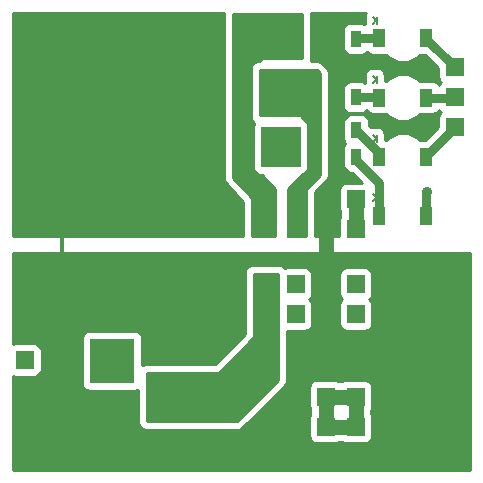
<source format=gbr>
G04 #@! TF.FileFunction,Copper,L1,Top,Signal*
%FSLAX46Y46*%
G04 Gerber Fmt 4.6, Leading zero omitted, Abs format (unit mm)*
G04 Created by KiCad (PCBNEW 4.0.1-stable) date 18. 2. 2016 10:36:58*
%MOMM*%
G01*
G04 APERTURE LIST*
%ADD10C,0.300000*%
%ADD11C,0.150000*%
%ADD12C,6.000000*%
%ADD13R,1.524000X1.524000*%
%ADD14R,3.810000X3.810000*%
%ADD15R,0.889000X1.397000*%
%ADD16R,3.400000X3.400000*%
%ADD17R,1.050000X1.500000*%
%ADD18C,0.890000*%
%ADD19C,1.300000*%
%ADD20C,0.800000*%
%ADD21C,0.254000*%
G04 APERTURE END LIST*
D10*
D11*
X31757620Y24006220D02*
X31437580Y24311020D01*
X31719520Y24021460D02*
X31445200Y23749680D01*
X31750000Y23749680D02*
X31755080Y24318640D01*
X31757620Y39006220D02*
X31437580Y39311020D01*
X31719520Y39021460D02*
X31445200Y38749680D01*
X31750000Y38749680D02*
X31755080Y39318640D01*
X31757620Y29001720D02*
X31437580Y29306520D01*
X31719520Y29016960D02*
X31445200Y28745180D01*
X31750000Y28745180D02*
X31755080Y29314140D01*
X31757620Y34006220D02*
X31437580Y34311020D01*
X31719520Y34021460D02*
X31445200Y33749680D01*
X31750000Y33749680D02*
X31755080Y34318640D01*
D12*
X35560000Y15240000D03*
D13*
X29972000Y2095500D03*
X27432000Y2095500D03*
X29972000Y4635500D03*
X27432000Y4635500D03*
X29972000Y7175500D03*
X27432000Y7175500D03*
X29972000Y9715500D03*
X27432000Y9715500D03*
D14*
X14351000Y13312000D03*
X14351000Y7112000D03*
X9351000Y10212000D03*
D13*
X22352000Y14160500D03*
X22352000Y16700500D03*
X22352000Y21336000D03*
X22352000Y23876000D03*
X24892000Y21336000D03*
X24892000Y23876000D03*
X24892000Y14160500D03*
X24892000Y16700500D03*
X38354000Y35052000D03*
X38354000Y29972000D03*
D15*
X30035500Y27495500D03*
X28130500Y27495500D03*
X29972000Y37465000D03*
X28067000Y37465000D03*
X30035500Y29718000D03*
X28130500Y29718000D03*
D16*
X23622000Y28320000D03*
X23622000Y33020000D03*
X23622000Y37720000D03*
D12*
X5080000Y15240000D03*
X35560000Y5080000D03*
X5080000Y5080000D03*
X5080000Y25400000D03*
X5080000Y35560000D03*
D13*
X38354000Y32512000D03*
D15*
X29972000Y32512000D03*
X28067000Y32512000D03*
D17*
X35972500Y22500000D03*
X31972500Y22500000D03*
X35972500Y37500000D03*
X31972500Y37500000D03*
X35972500Y27495500D03*
X31972500Y27495500D03*
X35972500Y32500000D03*
X31972500Y32500000D03*
D13*
X29972000Y14160500D03*
X29972000Y16700500D03*
X29972000Y21336000D03*
X29972000Y23876000D03*
X27432000Y21336000D03*
X27432000Y23876000D03*
X27432000Y14160500D03*
X27432000Y16700500D03*
X1968500Y10287000D03*
D18*
X36004500Y24511000D03*
D10*
X5080000Y15240000D02*
X5080000Y25400000D01*
D19*
X27432000Y16700500D02*
X27432000Y21336000D01*
D20*
X28067000Y32512000D02*
X28067000Y37465000D01*
X28130500Y29718000D02*
X28130500Y32448500D01*
X28130500Y32448500D02*
X28067000Y32512000D01*
X28130500Y27495500D02*
X28130500Y29718000D01*
X28130500Y27495500D02*
X28130500Y24574500D01*
X28130500Y24574500D02*
X27432000Y23876000D01*
X30035500Y27495500D02*
X30035500Y27241500D01*
X30035500Y27241500D02*
X31972500Y25304500D01*
X31972500Y25304500D02*
X31972500Y24050000D01*
X31972500Y24050000D02*
X31972500Y22500000D01*
X35972500Y22500000D02*
X35972500Y24479000D01*
X35972500Y24479000D02*
X36004500Y24511000D01*
D19*
X29972000Y21336000D02*
X29972000Y23876000D01*
D20*
X31972500Y37500000D02*
X30007000Y37500000D01*
X30007000Y37500000D02*
X29972000Y37465000D01*
X35972500Y37500000D02*
X35972500Y37433500D01*
X35972500Y37433500D02*
X38354000Y35052000D01*
X30035500Y29718000D02*
X31972500Y27781000D01*
X31972500Y27781000D02*
X31972500Y27495500D01*
X35972500Y27495500D02*
X35972500Y27590500D01*
X35972500Y27590500D02*
X38354000Y29972000D01*
D19*
X29972000Y7175500D02*
X27432000Y7175500D01*
X29972000Y4635500D02*
X29972000Y7175500D01*
X27432000Y4635500D02*
X29972000Y4635500D01*
X27432000Y4635500D02*
X27432000Y7175500D01*
D20*
X29972000Y32512000D02*
X31960500Y32512000D01*
X31960500Y32512000D02*
X31972500Y32500000D01*
X35972500Y32500000D02*
X38342000Y32500000D01*
X38342000Y32500000D02*
X38354000Y32512000D01*
D21*
G36*
X23431500Y8625106D02*
X19949894Y5143500D01*
X12319000Y5143500D01*
X12319000Y9144000D01*
X18288000Y9144000D01*
X18337410Y9154006D01*
X18377803Y9181197D01*
X21298803Y12102197D01*
X21326666Y12144211D01*
X21336000Y12192000D01*
X21336000Y17526000D01*
X23431500Y17526000D01*
X23431500Y8625106D01*
X23431500Y8625106D01*
G37*
X23431500Y8625106D02*
X19949894Y5143500D01*
X12319000Y5143500D01*
X12319000Y9144000D01*
X18288000Y9144000D01*
X18337410Y9154006D01*
X18377803Y9181197D01*
X21298803Y12102197D01*
X21326666Y12144211D01*
X21336000Y12192000D01*
X21336000Y17526000D01*
X23431500Y17526000D01*
X23431500Y8625106D01*
G36*
X39676000Y964000D02*
X964000Y964000D01*
X964000Y8926667D01*
X1206500Y8877560D01*
X2730500Y8877560D01*
X2965817Y8921838D01*
X3181941Y9060910D01*
X3326931Y9273110D01*
X3377940Y9525000D01*
X3377940Y11049000D01*
X3333662Y11284317D01*
X3194590Y11500441D01*
X2982390Y11645431D01*
X2730500Y11696440D01*
X1206500Y11696440D01*
X971183Y11652162D01*
X964000Y11647540D01*
X964000Y12117000D01*
X6798560Y12117000D01*
X6798560Y8307000D01*
X6842838Y8071683D01*
X6981910Y7855559D01*
X7194110Y7710569D01*
X7446000Y7659560D01*
X11256000Y7659560D01*
X11491317Y7703838D01*
X11557000Y7746104D01*
X11557000Y5016500D01*
X11600427Y4785705D01*
X11736827Y4573733D01*
X11944949Y4431529D01*
X12192000Y4381500D01*
X20002500Y4381500D01*
X20241446Y4428172D01*
X20451513Y4567487D01*
X23821526Y7937500D01*
X26022560Y7937500D01*
X26022560Y6413500D01*
X26066838Y6178183D01*
X26147000Y6053608D01*
X26147000Y5756860D01*
X26073569Y5649390D01*
X26022560Y5397500D01*
X26022560Y3873500D01*
X26066838Y3638183D01*
X26205910Y3422059D01*
X26418110Y3277069D01*
X26670000Y3226060D01*
X28194000Y3226060D01*
X28429317Y3270338D01*
X28553892Y3350500D01*
X28850640Y3350500D01*
X28958110Y3277069D01*
X29210000Y3226060D01*
X30734000Y3226060D01*
X30969317Y3270338D01*
X31185441Y3409410D01*
X31330431Y3621610D01*
X31381440Y3873500D01*
X31381440Y5397500D01*
X31337162Y5632817D01*
X31257000Y5757392D01*
X31257000Y6054140D01*
X31330431Y6161610D01*
X31381440Y6413500D01*
X31381440Y7937500D01*
X31337162Y8172817D01*
X31198090Y8388941D01*
X30985890Y8533931D01*
X30734000Y8584940D01*
X29210000Y8584940D01*
X28974683Y8540662D01*
X28850108Y8460500D01*
X28553360Y8460500D01*
X28445890Y8533931D01*
X28194000Y8584940D01*
X26670000Y8584940D01*
X26434683Y8540662D01*
X26218559Y8401590D01*
X26073569Y8189390D01*
X26022560Y7937500D01*
X23821526Y7937500D01*
X24007513Y8123487D01*
X24143471Y8325449D01*
X24193500Y8572500D01*
X24193500Y12751060D01*
X25654000Y12751060D01*
X25889317Y12795338D01*
X26105441Y12934410D01*
X26250431Y13146610D01*
X26301440Y13398500D01*
X26301440Y14922500D01*
X26257162Y15157817D01*
X26118090Y15373941D01*
X26036230Y15429874D01*
X26105441Y15474410D01*
X26250431Y15686610D01*
X26301440Y15938500D01*
X26301440Y17462500D01*
X28562560Y17462500D01*
X28562560Y15938500D01*
X28606838Y15703183D01*
X28745910Y15487059D01*
X28827770Y15431126D01*
X28758559Y15386590D01*
X28613569Y15174390D01*
X28562560Y14922500D01*
X28562560Y13398500D01*
X28606838Y13163183D01*
X28745910Y12947059D01*
X28958110Y12802069D01*
X29210000Y12751060D01*
X30734000Y12751060D01*
X30969317Y12795338D01*
X31185441Y12934410D01*
X31330431Y13146610D01*
X31381440Y13398500D01*
X31381440Y14922500D01*
X31337162Y15157817D01*
X31198090Y15373941D01*
X31116230Y15429874D01*
X31185441Y15474410D01*
X31330431Y15686610D01*
X31381440Y15938500D01*
X31381440Y17462500D01*
X31337162Y17697817D01*
X31198090Y17913941D01*
X30985890Y18058931D01*
X30734000Y18109940D01*
X29210000Y18109940D01*
X28974683Y18065662D01*
X28758559Y17926590D01*
X28613569Y17714390D01*
X28562560Y17462500D01*
X26301440Y17462500D01*
X26257162Y17697817D01*
X26118090Y17913941D01*
X25905890Y18058931D01*
X25654000Y18109940D01*
X24130000Y18109940D01*
X24018102Y18088885D01*
X24013673Y18095767D01*
X23805551Y18237971D01*
X23558500Y18288000D01*
X21209000Y18288000D01*
X20978205Y18244573D01*
X20766233Y18108173D01*
X20624029Y17900051D01*
X20574000Y17653000D01*
X20574000Y12455026D01*
X18024974Y9906000D01*
X12192000Y9906000D01*
X11961205Y9862573D01*
X11903440Y9825402D01*
X11903440Y12117000D01*
X11859162Y12352317D01*
X11720090Y12568441D01*
X11507890Y12713431D01*
X11256000Y12764440D01*
X7446000Y12764440D01*
X7210683Y12720162D01*
X6994559Y12581090D01*
X6849569Y12368890D01*
X6798560Y12117000D01*
X964000Y12117000D01*
X964000Y19356000D01*
X39676000Y19356000D01*
X39676000Y964000D01*
X39676000Y964000D01*
G37*
X39676000Y964000D02*
X964000Y964000D01*
X964000Y8926667D01*
X1206500Y8877560D01*
X2730500Y8877560D01*
X2965817Y8921838D01*
X3181941Y9060910D01*
X3326931Y9273110D01*
X3377940Y9525000D01*
X3377940Y11049000D01*
X3333662Y11284317D01*
X3194590Y11500441D01*
X2982390Y11645431D01*
X2730500Y11696440D01*
X1206500Y11696440D01*
X971183Y11652162D01*
X964000Y11647540D01*
X964000Y12117000D01*
X6798560Y12117000D01*
X6798560Y8307000D01*
X6842838Y8071683D01*
X6981910Y7855559D01*
X7194110Y7710569D01*
X7446000Y7659560D01*
X11256000Y7659560D01*
X11491317Y7703838D01*
X11557000Y7746104D01*
X11557000Y5016500D01*
X11600427Y4785705D01*
X11736827Y4573733D01*
X11944949Y4431529D01*
X12192000Y4381500D01*
X20002500Y4381500D01*
X20241446Y4428172D01*
X20451513Y4567487D01*
X23821526Y7937500D01*
X26022560Y7937500D01*
X26022560Y6413500D01*
X26066838Y6178183D01*
X26147000Y6053608D01*
X26147000Y5756860D01*
X26073569Y5649390D01*
X26022560Y5397500D01*
X26022560Y3873500D01*
X26066838Y3638183D01*
X26205910Y3422059D01*
X26418110Y3277069D01*
X26670000Y3226060D01*
X28194000Y3226060D01*
X28429317Y3270338D01*
X28553892Y3350500D01*
X28850640Y3350500D01*
X28958110Y3277069D01*
X29210000Y3226060D01*
X30734000Y3226060D01*
X30969317Y3270338D01*
X31185441Y3409410D01*
X31330431Y3621610D01*
X31381440Y3873500D01*
X31381440Y5397500D01*
X31337162Y5632817D01*
X31257000Y5757392D01*
X31257000Y6054140D01*
X31330431Y6161610D01*
X31381440Y6413500D01*
X31381440Y7937500D01*
X31337162Y8172817D01*
X31198090Y8388941D01*
X30985890Y8533931D01*
X30734000Y8584940D01*
X29210000Y8584940D01*
X28974683Y8540662D01*
X28850108Y8460500D01*
X28553360Y8460500D01*
X28445890Y8533931D01*
X28194000Y8584940D01*
X26670000Y8584940D01*
X26434683Y8540662D01*
X26218559Y8401590D01*
X26073569Y8189390D01*
X26022560Y7937500D01*
X23821526Y7937500D01*
X24007513Y8123487D01*
X24143471Y8325449D01*
X24193500Y8572500D01*
X24193500Y12751060D01*
X25654000Y12751060D01*
X25889317Y12795338D01*
X26105441Y12934410D01*
X26250431Y13146610D01*
X26301440Y13398500D01*
X26301440Y14922500D01*
X26257162Y15157817D01*
X26118090Y15373941D01*
X26036230Y15429874D01*
X26105441Y15474410D01*
X26250431Y15686610D01*
X26301440Y15938500D01*
X26301440Y17462500D01*
X28562560Y17462500D01*
X28562560Y15938500D01*
X28606838Y15703183D01*
X28745910Y15487059D01*
X28827770Y15431126D01*
X28758559Y15386590D01*
X28613569Y15174390D01*
X28562560Y14922500D01*
X28562560Y13398500D01*
X28606838Y13163183D01*
X28745910Y12947059D01*
X28958110Y12802069D01*
X29210000Y12751060D01*
X30734000Y12751060D01*
X30969317Y12795338D01*
X31185441Y12934410D01*
X31330431Y13146610D01*
X31381440Y13398500D01*
X31381440Y14922500D01*
X31337162Y15157817D01*
X31198090Y15373941D01*
X31116230Y15429874D01*
X31185441Y15474410D01*
X31330431Y15686610D01*
X31381440Y15938500D01*
X31381440Y17462500D01*
X31337162Y17697817D01*
X31198090Y17913941D01*
X30985890Y18058931D01*
X30734000Y18109940D01*
X29210000Y18109940D01*
X28974683Y18065662D01*
X28758559Y17926590D01*
X28613569Y17714390D01*
X28562560Y17462500D01*
X26301440Y17462500D01*
X26257162Y17697817D01*
X26118090Y17913941D01*
X25905890Y18058931D01*
X25654000Y18109940D01*
X24130000Y18109940D01*
X24018102Y18088885D01*
X24013673Y18095767D01*
X23805551Y18237971D01*
X23558500Y18288000D01*
X21209000Y18288000D01*
X20978205Y18244573D01*
X20766233Y18108173D01*
X20624029Y17900051D01*
X20574000Y17653000D01*
X20574000Y12455026D01*
X18024974Y9906000D01*
X12192000Y9906000D01*
X11961205Y9862573D01*
X11903440Y9825402D01*
X11903440Y12117000D01*
X11859162Y12352317D01*
X11720090Y12568441D01*
X11507890Y12713431D01*
X11256000Y12764440D01*
X7446000Y12764440D01*
X7210683Y12720162D01*
X6994559Y12581090D01*
X6849569Y12368890D01*
X6798560Y12117000D01*
X964000Y12117000D01*
X964000Y19356000D01*
X39676000Y19356000D01*
X39676000Y964000D01*
G36*
X30775196Y39566650D02*
X30727791Y39293708D01*
X30788446Y39023402D01*
X30789889Y39021352D01*
X30735207Y38752982D01*
X30743868Y38708359D01*
X30668390Y38759931D01*
X30416500Y38810940D01*
X29527500Y38810940D01*
X29292183Y38766662D01*
X29076059Y38627590D01*
X28931069Y38415390D01*
X28880060Y38163500D01*
X28880060Y36766500D01*
X28924338Y36531183D01*
X29063410Y36315059D01*
X29275610Y36170069D01*
X29527500Y36119060D01*
X30416500Y36119060D01*
X30651817Y36163338D01*
X30867941Y36302410D01*
X30926131Y36387574D01*
X30983410Y36298559D01*
X31195610Y36153569D01*
X31447500Y36102560D01*
X32497500Y36102560D01*
X32552421Y36112894D01*
X32846620Y35818181D01*
X33575927Y35515346D01*
X34365609Y35514657D01*
X35095443Y35816218D01*
X35393283Y36113539D01*
X35447500Y36102560D01*
X35839728Y36102560D01*
X36944560Y34997729D01*
X36944560Y34290000D01*
X36988838Y34054683D01*
X37127910Y33838559D01*
X37209770Y33782626D01*
X37140559Y33738090D01*
X37036246Y33585423D01*
X36961590Y33701441D01*
X36749390Y33846431D01*
X36497500Y33897440D01*
X35447500Y33897440D01*
X35392579Y33887106D01*
X35098380Y34181819D01*
X34369073Y34484654D01*
X33579391Y34485343D01*
X32849557Y34183782D01*
X32551717Y33886461D01*
X32497500Y33897440D01*
X32461348Y33897440D01*
X32462206Y33993576D01*
X32467409Y34023532D01*
X32462663Y34044684D01*
X32465052Y34312301D01*
X32413434Y34584478D01*
X32261588Y34816184D01*
X32032631Y34972142D01*
X31761419Y35028612D01*
X31576863Y34993611D01*
X31420268Y35020809D01*
X31149962Y34960154D01*
X30923442Y34800675D01*
X30775196Y34566650D01*
X30727791Y34293708D01*
X30788446Y34023402D01*
X30789889Y34021352D01*
X30736691Y33760263D01*
X30668390Y33806931D01*
X30416500Y33857940D01*
X29527500Y33857940D01*
X29292183Y33813662D01*
X29076059Y33674590D01*
X28931069Y33462390D01*
X28880060Y33210500D01*
X28880060Y31813500D01*
X28924338Y31578183D01*
X29063410Y31362059D01*
X29275610Y31217069D01*
X29527500Y31166060D01*
X30416500Y31166060D01*
X30651817Y31210338D01*
X30867941Y31349410D01*
X30910555Y31411778D01*
X30983410Y31298559D01*
X31195610Y31153569D01*
X31447500Y31102560D01*
X32497500Y31102560D01*
X32552421Y31112894D01*
X32846620Y30818181D01*
X33575927Y30515346D01*
X34365609Y30514657D01*
X35095443Y30816218D01*
X35393283Y31113539D01*
X35447500Y31102560D01*
X36497500Y31102560D01*
X36732817Y31146838D01*
X36948941Y31285910D01*
X37045301Y31426937D01*
X37127910Y31298559D01*
X37209770Y31242626D01*
X37140559Y31198090D01*
X36995569Y30985890D01*
X36944560Y30734000D01*
X36944560Y30026271D01*
X35811228Y28892940D01*
X35447500Y28892940D01*
X35392579Y28882606D01*
X35098380Y29177319D01*
X34369073Y29480154D01*
X33579391Y29480843D01*
X32849557Y29179282D01*
X32551717Y28881961D01*
X32497500Y28892940D01*
X32461348Y28892940D01*
X32462206Y28989076D01*
X32467409Y29019032D01*
X32462663Y29040184D01*
X32465052Y29307801D01*
X32413434Y29579978D01*
X32261588Y29811684D01*
X32032631Y29967642D01*
X31761419Y30024112D01*
X31576863Y29989111D01*
X31420268Y30016309D01*
X31241106Y29976106D01*
X31127440Y30089772D01*
X31127440Y30416500D01*
X31083162Y30651817D01*
X30944090Y30867941D01*
X30731890Y31012931D01*
X30480000Y31063940D01*
X29591000Y31063940D01*
X29355683Y31019662D01*
X29139559Y30880590D01*
X28994569Y30668390D01*
X28943560Y30416500D01*
X28943560Y29019500D01*
X28987838Y28784183D01*
X29103209Y28604891D01*
X28994569Y28445890D01*
X28943560Y28194000D01*
X28943560Y26797000D01*
X28987838Y26561683D01*
X29126910Y26345559D01*
X29339110Y26200569D01*
X29591000Y26149560D01*
X29663728Y26149560D01*
X30527849Y25285440D01*
X29210000Y25285440D01*
X28974683Y25241162D01*
X28758559Y25102090D01*
X28613569Y24889890D01*
X28562560Y24638000D01*
X28562560Y23114000D01*
X28606838Y22878683D01*
X28687000Y22754108D01*
X28687000Y22457360D01*
X28613569Y22349890D01*
X28562560Y22098000D01*
X28562560Y20776000D01*
X26543000Y20776000D01*
X26543000Y24501974D01*
X27500013Y25458987D01*
X27635971Y25660949D01*
X27686000Y25908000D01*
X27686000Y34607500D01*
X27639328Y34846446D01*
X27500013Y35056513D01*
X27182513Y35374013D01*
X26980551Y35509971D01*
X26733500Y35560000D01*
X26186923Y35560000D01*
X26225500Y35750500D01*
X26225500Y39676000D01*
X30844465Y39676000D01*
X30775196Y39566650D01*
X30775196Y39566650D01*
G37*
X30775196Y39566650D02*
X30727791Y39293708D01*
X30788446Y39023402D01*
X30789889Y39021352D01*
X30735207Y38752982D01*
X30743868Y38708359D01*
X30668390Y38759931D01*
X30416500Y38810940D01*
X29527500Y38810940D01*
X29292183Y38766662D01*
X29076059Y38627590D01*
X28931069Y38415390D01*
X28880060Y38163500D01*
X28880060Y36766500D01*
X28924338Y36531183D01*
X29063410Y36315059D01*
X29275610Y36170069D01*
X29527500Y36119060D01*
X30416500Y36119060D01*
X30651817Y36163338D01*
X30867941Y36302410D01*
X30926131Y36387574D01*
X30983410Y36298559D01*
X31195610Y36153569D01*
X31447500Y36102560D01*
X32497500Y36102560D01*
X32552421Y36112894D01*
X32846620Y35818181D01*
X33575927Y35515346D01*
X34365609Y35514657D01*
X35095443Y35816218D01*
X35393283Y36113539D01*
X35447500Y36102560D01*
X35839728Y36102560D01*
X36944560Y34997729D01*
X36944560Y34290000D01*
X36988838Y34054683D01*
X37127910Y33838559D01*
X37209770Y33782626D01*
X37140559Y33738090D01*
X37036246Y33585423D01*
X36961590Y33701441D01*
X36749390Y33846431D01*
X36497500Y33897440D01*
X35447500Y33897440D01*
X35392579Y33887106D01*
X35098380Y34181819D01*
X34369073Y34484654D01*
X33579391Y34485343D01*
X32849557Y34183782D01*
X32551717Y33886461D01*
X32497500Y33897440D01*
X32461348Y33897440D01*
X32462206Y33993576D01*
X32467409Y34023532D01*
X32462663Y34044684D01*
X32465052Y34312301D01*
X32413434Y34584478D01*
X32261588Y34816184D01*
X32032631Y34972142D01*
X31761419Y35028612D01*
X31576863Y34993611D01*
X31420268Y35020809D01*
X31149962Y34960154D01*
X30923442Y34800675D01*
X30775196Y34566650D01*
X30727791Y34293708D01*
X30788446Y34023402D01*
X30789889Y34021352D01*
X30736691Y33760263D01*
X30668390Y33806931D01*
X30416500Y33857940D01*
X29527500Y33857940D01*
X29292183Y33813662D01*
X29076059Y33674590D01*
X28931069Y33462390D01*
X28880060Y33210500D01*
X28880060Y31813500D01*
X28924338Y31578183D01*
X29063410Y31362059D01*
X29275610Y31217069D01*
X29527500Y31166060D01*
X30416500Y31166060D01*
X30651817Y31210338D01*
X30867941Y31349410D01*
X30910555Y31411778D01*
X30983410Y31298559D01*
X31195610Y31153569D01*
X31447500Y31102560D01*
X32497500Y31102560D01*
X32552421Y31112894D01*
X32846620Y30818181D01*
X33575927Y30515346D01*
X34365609Y30514657D01*
X35095443Y30816218D01*
X35393283Y31113539D01*
X35447500Y31102560D01*
X36497500Y31102560D01*
X36732817Y31146838D01*
X36948941Y31285910D01*
X37045301Y31426937D01*
X37127910Y31298559D01*
X37209770Y31242626D01*
X37140559Y31198090D01*
X36995569Y30985890D01*
X36944560Y30734000D01*
X36944560Y30026271D01*
X35811228Y28892940D01*
X35447500Y28892940D01*
X35392579Y28882606D01*
X35098380Y29177319D01*
X34369073Y29480154D01*
X33579391Y29480843D01*
X32849557Y29179282D01*
X32551717Y28881961D01*
X32497500Y28892940D01*
X32461348Y28892940D01*
X32462206Y28989076D01*
X32467409Y29019032D01*
X32462663Y29040184D01*
X32465052Y29307801D01*
X32413434Y29579978D01*
X32261588Y29811684D01*
X32032631Y29967642D01*
X31761419Y30024112D01*
X31576863Y29989111D01*
X31420268Y30016309D01*
X31241106Y29976106D01*
X31127440Y30089772D01*
X31127440Y30416500D01*
X31083162Y30651817D01*
X30944090Y30867941D01*
X30731890Y31012931D01*
X30480000Y31063940D01*
X29591000Y31063940D01*
X29355683Y31019662D01*
X29139559Y30880590D01*
X28994569Y30668390D01*
X28943560Y30416500D01*
X28943560Y29019500D01*
X28987838Y28784183D01*
X29103209Y28604891D01*
X28994569Y28445890D01*
X28943560Y28194000D01*
X28943560Y26797000D01*
X28987838Y26561683D01*
X29126910Y26345559D01*
X29339110Y26200569D01*
X29591000Y26149560D01*
X29663728Y26149560D01*
X30527849Y25285440D01*
X29210000Y25285440D01*
X28974683Y25241162D01*
X28758559Y25102090D01*
X28613569Y24889890D01*
X28562560Y24638000D01*
X28562560Y23114000D01*
X28606838Y22878683D01*
X28687000Y22754108D01*
X28687000Y22457360D01*
X28613569Y22349890D01*
X28562560Y22098000D01*
X28562560Y20776000D01*
X26543000Y20776000D01*
X26543000Y24501974D01*
X27500013Y25458987D01*
X27635971Y25660949D01*
X27686000Y25908000D01*
X27686000Y34607500D01*
X27639328Y34846446D01*
X27500013Y35056513D01*
X27182513Y35374013D01*
X26980551Y35509971D01*
X26733500Y35560000D01*
X26186923Y35560000D01*
X26225500Y35750500D01*
X26225500Y39676000D01*
X30844465Y39676000D01*
X30775196Y39566650D01*
G36*
X18796000Y25654000D02*
X18834231Y25436993D01*
X18965676Y25221914D01*
X20447000Y23626642D01*
X20447000Y20776000D01*
X964000Y20776000D01*
X964000Y39676000D01*
X18796000Y39676000D01*
X18796000Y25654000D01*
X18796000Y25654000D01*
G37*
X18796000Y25654000D02*
X18834231Y25436993D01*
X18965676Y25221914D01*
X20447000Y23626642D01*
X20447000Y20776000D01*
X964000Y20776000D01*
X964000Y39676000D01*
X18796000Y39676000D01*
X18796000Y25654000D01*
G36*
X25463500Y35877500D02*
X22161500Y35877500D01*
X22112090Y35867494D01*
X22071697Y35840303D01*
X21791394Y35560000D01*
X21717000Y35560000D01*
X21486205Y35516573D01*
X21274233Y35380173D01*
X21132029Y35172051D01*
X21082000Y34925000D01*
X21082000Y30861000D01*
X21125427Y30630205D01*
X21261827Y30418233D01*
X21373449Y30341965D01*
X21325569Y30271890D01*
X21274560Y30020000D01*
X21274560Y26620000D01*
X21318838Y26384683D01*
X21457910Y26168559D01*
X21590000Y26078306D01*
X21590000Y26035000D01*
X21600006Y25985590D01*
X21628447Y25943965D01*
X21670841Y25916685D01*
X21717000Y25908000D01*
X22045394Y25908000D01*
X23177500Y24775894D01*
X23177500Y20776000D01*
X21209000Y20776000D01*
X21209000Y23876000D01*
X21198994Y23925410D01*
X21175065Y23962417D01*
X19558000Y25703872D01*
X19558000Y39560500D01*
X25463500Y39560500D01*
X25463500Y35877500D01*
X25463500Y35877500D01*
G37*
X25463500Y35877500D02*
X22161500Y35877500D01*
X22112090Y35867494D01*
X22071697Y35840303D01*
X21791394Y35560000D01*
X21717000Y35560000D01*
X21486205Y35516573D01*
X21274233Y35380173D01*
X21132029Y35172051D01*
X21082000Y34925000D01*
X21082000Y30861000D01*
X21125427Y30630205D01*
X21261827Y30418233D01*
X21373449Y30341965D01*
X21325569Y30271890D01*
X21274560Y30020000D01*
X21274560Y26620000D01*
X21318838Y26384683D01*
X21457910Y26168559D01*
X21590000Y26078306D01*
X21590000Y26035000D01*
X21600006Y25985590D01*
X21628447Y25943965D01*
X21670841Y25916685D01*
X21717000Y25908000D01*
X22045394Y25908000D01*
X23177500Y24775894D01*
X23177500Y20776000D01*
X21209000Y20776000D01*
X21209000Y23876000D01*
X21198994Y23925410D01*
X21175065Y23962417D01*
X19558000Y25703872D01*
X19558000Y39560500D01*
X25463500Y39560500D01*
X25463500Y35877500D01*
G36*
X26924000Y34554894D02*
X26924000Y25960606D01*
X25818197Y24854803D01*
X25790334Y24812789D01*
X25781000Y24765000D01*
X25781000Y20776000D01*
X24257000Y20776000D01*
X24257000Y24775894D01*
X25484183Y26003077D01*
X25557317Y26016838D01*
X25773441Y26155910D01*
X25918431Y26368110D01*
X25969440Y26620000D01*
X25969440Y30020000D01*
X25925162Y30255317D01*
X25786090Y30471441D01*
X25717500Y30518307D01*
X25717500Y30543500D01*
X25707494Y30592910D01*
X25680303Y30633303D01*
X25362803Y30950803D01*
X25320789Y30978666D01*
X25273000Y30988000D01*
X21844000Y30988000D01*
X21844000Y34798000D01*
X26680894Y34798000D01*
X26924000Y34554894D01*
X26924000Y34554894D01*
G37*
X26924000Y34554894D02*
X26924000Y25960606D01*
X25818197Y24854803D01*
X25790334Y24812789D01*
X25781000Y24765000D01*
X25781000Y20776000D01*
X24257000Y20776000D01*
X24257000Y24775894D01*
X25484183Y26003077D01*
X25557317Y26016838D01*
X25773441Y26155910D01*
X25918431Y26368110D01*
X25969440Y26620000D01*
X25969440Y30020000D01*
X25925162Y30255317D01*
X25786090Y30471441D01*
X25717500Y30518307D01*
X25717500Y30543500D01*
X25707494Y30592910D01*
X25680303Y30633303D01*
X25362803Y30950803D01*
X25320789Y30978666D01*
X25273000Y30988000D01*
X21844000Y30988000D01*
X21844000Y34798000D01*
X26680894Y34798000D01*
X26924000Y34554894D01*
M02*

</source>
